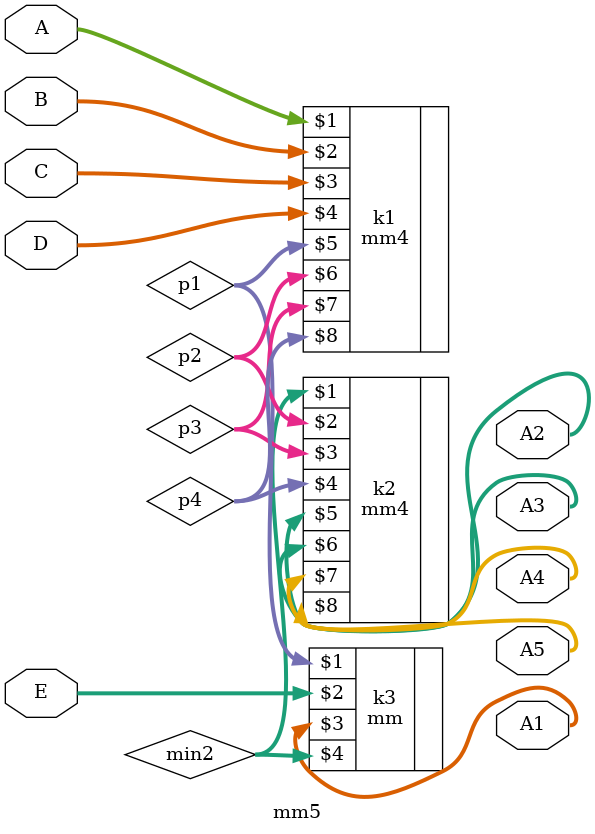
<source format=v>
module mm5(input [3:0] A,B,C,D,E,output [3:0] A1,A2,A3,A4,A5);

wire [3:0] p1,p2,p3,p4,min2;

mm4 k1(A,B,C,D,p1,p2,p3,p4);
mm k3(p1,E,A1,min2);
mm4 k2(min2,p2,p3,p4,A2,A3,A4,A5);

endmodule
</source>
